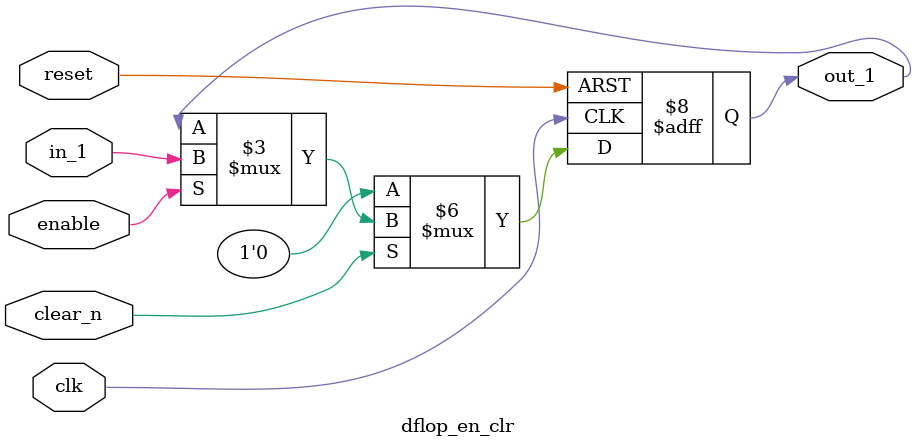
<source format=v>
module dflop_en_clr (
    in_1,
    enable,
    clear_n,
    clk,
    reset,
    out_1
);

input in_1, enable, clear_n, clk, reset;
output out_1;
// out_1 is also register
reg out_1;

// always block
always @(posedge clk or posedge reset) begin
    if (reset) begin
        out_1 <= 0;
    end else if (clear_n == 0) begin
        out_1 <= 0;
    end else if(enable) begin
        out_1 <= in_1;
    end   
end  
endmodule
</source>
